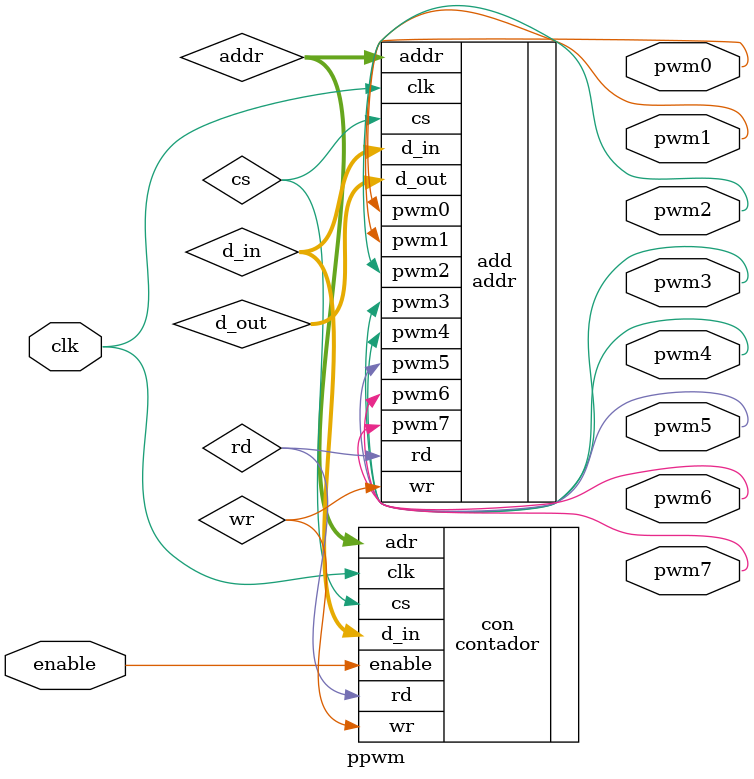
<source format=v>
module ppwm (input clk ,input enable, output pwm0,output pwm1,output pwm2 ,output pwm3 ,output pwm4,output pwm5,output pwm6,output pwm7);

wire [7:0] addr;
wire cs;
wire rd;
wire wr;
wire [31:0] d_out;
wire [31:0] d_in;


  
addr add(.clk(clk),.d_in(d_in),.cs(cs),.addr(addr),.rd(rd),.wr(wr),.d_out(d_out),.pwm0(pwm0),.pwm1(pwm1),.pwm2(pwm2),.pwm3(pwm3),.pwm4(pwm4),.pwm5(pwm5),.pwm6(pwm6),.pwm7(pwm7));

contador con(.clk(clk),.enable(enable),.adr(addr),.cs(cs),.wr(wr),.rd(rd),.d_in(d_in));

//pwm pw(.clk(clk), .T0(T0), .D0(D0),.pwm0(pwm0), .T1(T1), .D1(D1),.pwm1(pwm1), .T2(T2), .D2(D2),.pwm2(pwm2), .T3(T3), .D3(D3),.pwm3(pwm3), .T4(T4), .D4(D4),.pwm4(pwm4), .T5(T5), .D5(D5),.pwm5(pwm5), .T6(T6), .D6(D6),.pwm6(pwm6), .T7(T7), .D7(D7),.pwm7(pwm7),.E0(E0),.E1(E1),.E2(E2),.E3(E3),.E4(E4),.E5(E5),.E6(E6),.E7(E7));

endmodule

</source>
